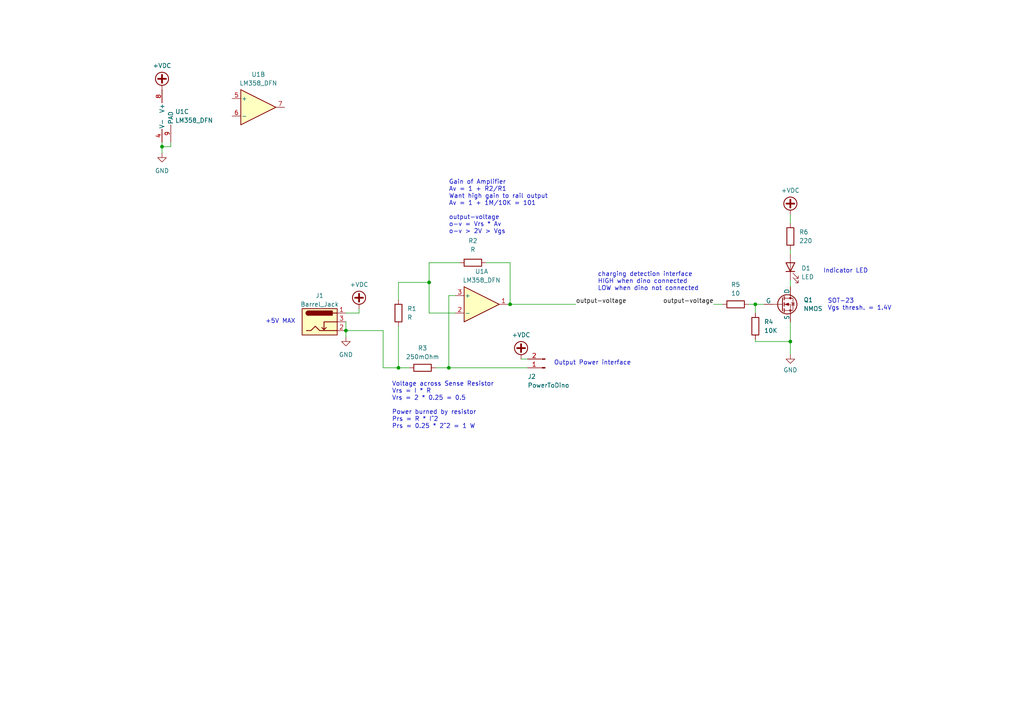
<source format=kicad_sch>
(kicad_sch (version 20230121) (generator eeschema)
  (paper "A4")
  (lib_symbols
    (symbol "Amplifier_Operational:LM358_DFN" (pin_names (offset 0.127))
      (property "Reference" "U" (at 0 5.08 0))
      (property "Value" "LM358_DFN" (at 0 -5.08 0))
      (symbol "LM358_DFN_1_1"
        (polyline (pts (xy -5.08 5.08) (xy 5.08 0) (xy -5.08 -5.08) (xy -5.08 5.08)) (stroke (width 0.254)) (fill (type background)))
        (pin output line (at 7.62 0 180) (length 2.54) (name "~") (number "1"))
        (pin input line (at -7.62 -2.54 0) (length 2.54) (name "-") (number "2"))
        (pin input line (at -7.62 2.54 0) (length 2.54) (name "+") (number "3"))
      )
      (symbol "LM358_DFN_2_1"
        (polyline (pts (xy -5.08 5.08) (xy 5.08 0) (xy -5.08 -5.08) (xy -5.08 5.08)) (stroke (width 0.254)) (fill (type background)))
        (pin input line (at -7.62 2.54 0) (length 2.54) (name "+") (number "5"))
        (pin input line (at -7.62 -2.54 0) (length 2.54) (name "-") (number "6"))
        (pin output line (at 7.62 0 180) (length 2.54) (name "~") (number "7"))
      )
      (symbol "LM358_DFN_3_1"
        (pin power_in line (at -2.54 -7.62 90) (length 3.81) (name "V-") (number "4"))
        (pin power_in line (at -2.54 7.62 270) (length 3.81) (name "V+") (number "8"))
        (pin power_in line (at 0 -7.62 90) (length 5.08) (name "PAD") (number "9"))
      )
    )
    (symbol "Connector:Barrel_Jack_Switch" (pin_names hide)
      (property "Reference" "J" (at 0 5.334 0))
      (property "Value" "Barrel_Jack_Switch" (at 0 -5.08 0))
      (symbol "Barrel_Jack_Switch_0_1"
        (rectangle (start -5.08 3.81) (end 5.08 -3.81) (stroke (width 0.254)) (fill (type background)))
        (arc (start -3.302 3.175) (mid -3.9343 2.54) (end -3.302 1.905) (stroke (width 0.254)))
        (arc (start -3.302 3.175) (mid -3.9343 2.54) (end -3.302 1.905) (stroke (width 0.254)) (fill (type outline)))
        (polyline (pts (xy 1.27 -2.286) (xy 1.905 -1.651)) (stroke (width 0.254)))
        (polyline (pts (xy 5.08 2.54) (xy 3.81 2.54)) (stroke (width 0.254)))
        (polyline (pts (xy 5.08 0) (xy 1.27 0) (xy 1.27 -2.286) (xy 0.635 -1.651)) (stroke (width 0.254)))
        (polyline (pts (xy -3.81 -2.54) (xy -2.54 -2.54) (xy -1.27 -1.27) (xy 0 -2.54) (xy 2.54 -2.54) (xy 5.08 -2.54)) (stroke (width 0.254)))
        (rectangle (start 3.683 3.175) (end -3.302 1.905) (stroke (width 0.254)) (fill (type outline)))
      )
      (symbol "Barrel_Jack_Switch_1_1"
        (pin passive line (at 7.62 2.54 180) (length 2.54) (name "~") (number "1"))
        (pin passive line (at 7.62 -2.54 180) (length 2.54) (name "~") (number "2"))
        (pin passive line (at 7.62 0 180) (length 2.54) (name "~") (number "3"))
      )
    )
    (symbol "Connector:Conn_01x02_Pin" (pin_names (offset 1.016) hide)
      (property "Reference" "J" (at 0 2.54 0))
      (property "Value" "Conn_01x02_Pin" (at 0 -5.08 0))
      (symbol "Conn_01x02_Pin_1_1"
        (polyline (pts (xy 1.27 -2.54) (xy 0.8636 -2.54)) (stroke (width 0.1524)))
        (polyline (pts (xy 1.27 0) (xy 0.8636 0)) (stroke (width 0.1524)))
        (rectangle (start 0.8636 -2.413) (end 0 -2.667) (stroke (width 0.1524)) (fill (type outline)))
        (rectangle (start 0.8636 0.127) (end 0 -0.127) (stroke (width 0.1524)) (fill (type outline)))
        (pin passive line (at 5.08 0 180) (length 3.81) (name "Pin_1") (number "1"))
        (pin passive line (at 5.08 -2.54 180) (length 3.81) (name "Pin_2") (number "2"))
      )
    )
    (symbol "Device:LED" (pin_numbers hide) (pin_names (offset 1.016) hide)
      (property "Reference" "D" (at 0 2.54 0))
      (property "Value" "LED" (at 0 -2.54 0))
      (symbol "LED_0_1"
        (polyline (pts (xy -1.27 -1.27) (xy -1.27 1.27)) (stroke (width 0.254)))
        (polyline (pts (xy -1.27 0) (xy 1.27 0)))
        (polyline (pts (xy 1.27 -1.27) (xy 1.27 1.27) (xy -1.27 0) (xy 1.27 -1.27)) (stroke (width 0.254)))
        (polyline (pts (xy -3.048 -0.762) (xy -4.572 -2.286) (xy -3.81 -2.286) (xy -4.572 -2.286) (xy -4.572 -1.524)))
        (polyline (pts (xy -1.778 -0.762) (xy -3.302 -2.286) (xy -2.54 -2.286) (xy -3.302 -2.286) (xy -3.302 -1.524)))
      )
      (symbol "LED_1_1"
        (pin passive line (at -3.81 0 0) (length 2.54) (name "K") (number "1"))
        (pin passive line (at 3.81 0 180) (length 2.54) (name "A") (number "2"))
      )
    )
    (symbol "Device:R" (pin_numbers hide) (pin_names (offset 0))
      (property "Reference" "R" (at 2.032 0 90))
      (property "Value" "R" (at 0 0 90))
      (symbol "R_0_1"
        (rectangle (start -1.016 -2.54) (end 1.016 2.54) (stroke (width 0.254)))
      )
      (symbol "R_1_1"
        (pin passive line (at 0 3.81 270) (length 1.27) (name "~") (number "1"))
        (pin passive line (at 0 -3.81 90) (length 1.27) (name "~") (number "2"))
      )
    )
    (symbol "Simulation_SPICE:NMOS" (pin_numbers hide) (pin_names (offset 0))
      (property "Reference" "Q" (at 5.08 1.27 0))
      (property "Value" "NMOS" (at 5.08 -1.27 0))
      (symbol "NMOS_0_1"
        (polyline (pts (xy 0.254 0) (xy -2.54 0)))
        (polyline (pts (xy 0.254 1.905) (xy 0.254 -1.905)) (stroke (width 0.254)))
        (polyline (pts (xy 0.762 -1.27) (xy 0.762 -2.286)) (stroke (width 0.254)))
        (polyline (pts (xy 0.762 0.508) (xy 0.762 -0.508)) (stroke (width 0.254)))
        (polyline (pts (xy 0.762 2.286) (xy 0.762 1.27)) (stroke (width 0.254)))
        (polyline (pts (xy 2.54 2.54) (xy 2.54 1.778)))
        (polyline (pts (xy 2.54 -2.54) (xy 2.54 0) (xy 0.762 0)))
        (polyline (pts (xy 0.762 -1.778) (xy 3.302 -1.778) (xy 3.302 1.778) (xy 0.762 1.778)))
        (polyline (pts (xy 1.016 0) (xy 2.032 0.381) (xy 2.032 -0.381) (xy 1.016 0)) (fill (type outline)))
        (polyline (pts (xy 2.794 0.508) (xy 2.921 0.381) (xy 3.683 0.381) (xy 3.81 0.254)))
        (polyline (pts (xy 3.302 0.381) (xy 2.921 -0.254) (xy 3.683 -0.254) (xy 3.302 0.381)))
        (circle (center 1.651 0) (radius 2.794) (stroke (width 0.254)))
        (circle (center 2.54 -1.778) (radius 0.254) (fill (type outline)))
        (circle (center 2.54 1.778) (radius 0.254) (fill (type outline)))
      )
      (symbol "NMOS_1_1"
        (pin passive line (at 2.54 5.08 270) (length 2.54) (name "D") (number "1"))
        (pin input line (at -5.08 0 0) (length 2.54) (name "G") (number "2"))
        (pin passive line (at 2.54 -5.08 90) (length 2.54) (name "S") (number "3"))
      )
    )
    (symbol "power:+VDC" (power) (pin_names (offset 0))
      (property "Value" "+VDC" (at 0 6.35 0))
      (symbol "+VDC_0_1"
        (polyline (pts (xy -1.143 3.175) (xy 1.143 3.175)) (stroke (width 0.508)))
        (polyline (pts (xy 0 0) (xy 0 1.27)))
        (polyline (pts (xy 0 2.032) (xy 0 4.318)) (stroke (width 0.508)))
        (circle (center 0 3.175) (radius 1.905) (stroke (width 0.254)))
      )
      (symbol "+VDC_1_1"
        (pin power_in line (at 0 0 90) (length 0) hide (name "+VDC") (number "1"))
      )
    )
    (symbol "power:GND" (power) (pin_names (offset 0))
      (property "Value" "GND" (at 0 -3.81 0))
      (symbol "GND_0_1"
        (polyline (pts (xy 0 0) (xy 0 -1.27) (xy 1.27 -1.27) (xy 0 -2.54) (xy -1.27 -1.27) (xy 0 -1.27)))
      )
      (symbol "GND_1_1"
        (pin power_in line (at 0 0 270) (length 0) hide (name "GND") (number "1"))
      )
    )
  )
  (junction (at 115.57 106.68))
  (junction (at 100.33 95.885))
  (junction (at 46.99 42.545))
  (junction (at 229.235 99.06))
  (junction (at 130.175 106.68))
  (junction (at 147.955 88.265))
  (junction (at 124.46 81.915))
  (junction (at 219.075 88.265))
  (wire (pts (xy 46.99 42.545) (xy 46.99 41.275)))
  (wire (pts (xy 124.46 81.915) (xy 124.46 90.805)))
  (wire (pts (xy 126.365 106.68) (xy 130.175 106.68)))
  (wire (pts (xy 111.125 95.885) (xy 100.33 95.885)))
  (wire (pts (xy 219.075 88.265) (xy 219.075 90.805)))
  (wire (pts (xy 100.33 97.79) (xy 100.33 95.885)))
  (wire (pts (xy 118.745 106.68) (xy 115.57 106.68)))
  (wire (pts (xy 130.175 106.68) (xy 153.035 106.68)))
  (wire (pts (xy 46.99 42.545) (xy 46.99 44.45)))
  (wire (pts (xy 147.955 88.265) (xy 147.32 88.265)))
  (wire (pts (xy 229.235 99.06) (xy 229.235 102.87)))
  (wire (pts (xy 130.175 85.725) (xy 130.175 106.68)))
  (wire (pts (xy 115.57 94.615) (xy 115.57 106.68)))
  (wire (pts (xy 219.075 99.06) (xy 219.075 98.425)))
  (wire (pts (xy 167.005 88.265) (xy 147.955 88.265)))
  (wire (pts (xy 104.14 90.805) (xy 100.33 90.805)))
  (wire (pts (xy 133.35 76.2) (xy 124.46 76.2)))
  (wire (pts (xy 49.53 42.545) (xy 49.53 41.275)))
  (wire (pts (xy 130.175 85.725) (xy 132.08 85.725)))
  (wire (pts (xy 229.235 81.28) (xy 229.235 83.185)))
  (wire (pts (xy 104.14 90.805) (xy 104.14 89.535)))
  (wire (pts (xy 217.17 88.265) (xy 219.075 88.265)))
  (wire (pts (xy 147.955 76.2) (xy 147.955 88.265)))
  (wire (pts (xy 207.01 88.265) (xy 209.55 88.265)))
  (wire (pts (xy 229.235 93.345) (xy 229.235 99.06)))
  (wire (pts (xy 124.46 76.2) (xy 124.46 81.915)))
  (wire (pts (xy 100.33 93.345) (xy 100.33 95.885)))
  (wire (pts (xy 140.97 76.2) (xy 147.955 76.2)))
  (wire (pts (xy 111.125 106.68) (xy 111.125 95.885)))
  (wire (pts (xy 219.075 99.06) (xy 229.235 99.06)))
  (wire (pts (xy 124.46 90.805) (xy 132.08 90.805)))
  (wire (pts (xy 219.075 88.265) (xy 221.615 88.265)))
  (wire (pts (xy 115.57 106.68) (xy 111.125 106.68)))
  (wire (pts (xy 115.57 86.995) (xy 115.57 81.915)))
  (wire (pts (xy 115.57 81.915) (xy 124.46 81.915)))
  (wire (pts (xy 151.13 104.14) (xy 153.035 104.14)))
  (wire (pts (xy 46.99 42.545) (xy 49.53 42.545)))
  (wire (pts (xy 229.235 72.39) (xy 229.235 73.66)))
  (wire (pts (xy 229.235 62.23) (xy 229.235 64.77)))
  (text "Gain of Amplifier\nAv = 1 + R2/R1\nWant high gain to rail output\nAv = 1 + 1M/10K = 101\n\noutput-voltage\no-v = Vrs * Av\no-v > 2V > Vgs" (at 130.175 67.945 0) (effects (font (size 1.27 1.27)) (justify left bottom)))
  (text "SOT-23\nVgs thresh. = 1.4V" (at 240.03 90.17 0) (effects (font (size 1.27 1.27)) (justify left bottom)))
  (text "charging detection interface\nHIGH when dino connected\nLOW when dino not connected" (at 173.355 84.455 0) (effects (font (size 1.27 1.27)) (justify left bottom)))
  (text "Output Power interface" (at 160.655 106.045 0) (effects (font (size 1.27 1.27)) (justify left bottom)))
  (text "Voltage across Sense Resistor\nVrs = I * R\nVrs = 2 * 0.25 = 0.5\n\nPower burned by resistor\nPrs = R * I^2\nPrs = 0.25 * 2^2 = 1 W" (at 113.665 124.46 0) (effects (font (size 1.27 1.27)) (justify left bottom)))
  (text "Indicator LED" (at 238.76 79.375 0) (effects (font (size 1.27 1.27)) (justify left bottom)))
  (text "+5V MAX" (at 85.725 93.98 0) (effects (font (size 1.27 1.27)) (justify right bottom)))
  (label "output-voltage" (at 167.005 88.265 0))
  (label "output-voltage" (at 207.01 88.265 180))
  (symbol (lib_id "power:GND") (at 229.235 102.87 0) (unit 1)
    (property "Reference" "#PWR06" (effects hide))
    (property "Value" "GND" (at 229.235 107.315 0))
  )
  (symbol (lib_id "Device:R") (at 219.075 94.615 0) (unit 1)
    (property "Reference" "R4" (at 221.615 93.345 0) (effects (justify left)))
    (property "Value" "10K" (at 221.615 95.885 0) (effects (justify left)))
  )
  (symbol (lib_id "Amplifier_Operational:LM358_DFN") (at 74.93 31.115 0) (unit 2)
    (property "Reference" "U1" (at 74.93 21.59 0))
    (property "Value" "LM358_DFN" (at 74.93 24.13 0))
    (property "Footprint" "Package_DFN_QFN:DFN-8-1EP_2x2mm_P0.5mm_EP1.05x1.75mm" (effects hide))
    (property "Datasheet" "www.st.com/resource/en/datasheet/lm358.pdf" (effects hide))
  )
  (symbol (lib_id "power:+VDC") (at 46.99 26.035 0) (unit 1)
    (property "Reference" "#PWR04" (effects hide))
    (property "Value" "+VDC" (at 46.99 19.05 0))
  )
  (symbol (lib_id "power:+VDC") (at 151.13 104.14 0) (unit 1)
    (property "Reference" "#PWR03" (effects hide))
    (property "Value" "+VDC" (at 151.13 97.155 0))
  )
  (symbol (lib_id "Connector:Barrel_Jack_Switch") (at 92.71 93.345 0) (unit 1)
    (property "Reference" "J1" (at 92.71 85.725 0))
    (property "Value" "Barrel_Jack" (at 92.71 88.265 0))
    (property "Footprint" "Connector_BarrelJack:BarrelJack_Horizontal" (effects hide))
  )
  (symbol (lib_id "Device:R") (at 229.235 68.58 180) (unit 1)
    (property "Reference" "R6" (at 231.775 67.31 0) (effects (justify right)))
    (property "Value" "220" (at 231.775 69.85 0) (effects (justify right)))
  )
  (symbol (lib_id "power:+VDC") (at 104.14 89.535 0) (unit 1)
    (property "Reference" "#PWR01" (effects hide))
    (property "Value" "+VDC" (at 104.14 82.55 0))
  )
  (symbol (lib_id "power:GND") (at 100.33 97.79 0) (unit 1)
    (property "Reference" "#PWR02" (effects hide))
    (property "Value" "GND" (at 100.33 102.87 0))
  )
  (symbol (lib_id "power:+VDC") (at 229.235 62.23 0) (unit 1)
    (property "Reference" "#PWR07" (effects hide))
    (property "Value" "+VDC" (at 229.235 55.245 0))
  )
  (symbol (lib_id "Device:R") (at 137.16 76.2 90) (unit 1)
    (property "Reference" "R2" (at 137.16 69.85 90))
    (property "Value" "R" (at 137.16 72.39 90))
  )
  (symbol (lib_id "power:GND") (at 46.99 44.45 0) (unit 1)
    (property "Reference" "#PWR05" (effects hide))
    (property "Value" "GND" (at 46.99 49.53 0))
  )
  (symbol (lib_id "Amplifier_Operational:LM358_DFN") (at 49.53 33.655 0) (unit 3)
    (property "Reference" "U1" (at 50.8 32.385 0) (effects (justify left)))
    (property "Value" "LM358_DFN" (at 50.8 34.925 0) (effects (justify left)))
    (property "Footprint" "Package_DFN_QFN:DFN-8-1EP_2x2mm_P0.5mm_EP1.05x1.75mm" (effects hide))
    (property "Datasheet" "www.st.com/resource/en/datasheet/lm358.pdf" (effects hide))
  )
  (symbol (lib_id "Device:R") (at 115.57 90.805 0) (unit 1)
    (property "Reference" "R1" (at 118.11 89.535 0) (effects (justify left)))
    (property "Value" "R" (at 118.11 92.075 0) (effects (justify left)))
  )
  (symbol (lib_id "Device:LED") (at 229.235 77.47 90) (unit 1)
    (property "Reference" "D1" (at 232.41 77.7875 90) (effects (justify right)))
    (property "Value" "LED" (at 232.41 80.3275 90) (effects (justify right)))
  )
  (symbol (lib_id "Simulation_SPICE:NMOS") (at 226.695 88.265 0) (unit 1)
    (property "Reference" "Q1" (at 233.045 86.995 0) (effects (justify left)))
    (property "Value" "NMOS" (at 233.045 89.535 0) (effects (justify left)))
    (property "Datasheet" "https://ngspice.sourceforge.io/docs/ngspice-manual.pdf" (effects hide))
    (property "Sim.Device" "NMOS" (effects hide))
    (property "Sim.Type" "VDMOS" (effects hide))
    (property "Sim.Pins" "1=D 2=G 3=S" (effects hide))
  )
  (symbol (lib_id "Device:R") (at 213.36 88.265 90) (unit 1)
    (property "Reference" "R5" (at 213.36 82.55 90))
    (property "Value" "10" (at 213.36 85.09 90))
  )
  (symbol (lib_id "Device:R") (at 122.555 106.68 90) (unit 1)
    (property "Reference" "R3" (at 122.555 100.965 90))
    (property "Value" "250mOhm" (at 122.555 103.505 90))
  )
  (symbol (lib_id "Connector:Conn_01x02_Pin") (at 158.115 106.68 180) (unit 1)
    (property "Reference" "J2" (at 153.035 109.22 0) (effects (justify right)))
    (property "Value" "PowerToDino" (at 153.035 111.76 0) (effects (justify right)))
  )
  (symbol (lib_id "Amplifier_Operational:LM358_DFN") (at 139.7 88.265 0) (unit 1)
    (property "Reference" "U1" (at 139.7 78.74 0))
    (property "Value" "LM358_DFN" (at 139.7 81.28 0))
    (property "Footprint" "Package_DFN_QFN:DFN-8-1EP_2x2mm_P0.5mm_EP1.05x1.75mm" (effects hide))
    (property "Datasheet" "www.st.com/resource/en/datasheet/lm358.pdf" (effects hide))
  )
)
</source>
